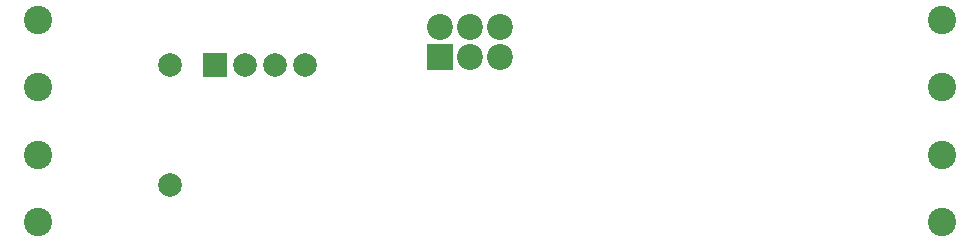
<source format=gbr>
G04 #@! TF.GenerationSoftware,KiCad,Pcbnew,5.0.0-fee4fd1~66~ubuntu16.04.1*
G04 #@! TF.CreationDate,2018-09-26T21:25:10+02:00*
G04 #@! TF.ProjectId,bus-splitter,6275732D73706C69747465722E6B6963,A*
G04 #@! TF.SameCoordinates,Original*
G04 #@! TF.FileFunction,Soldermask,Top*
G04 #@! TF.FilePolarity,Negative*
%FSLAX46Y46*%
G04 Gerber Fmt 4.6, Leading zero omitted, Abs format (unit mm)*
G04 Created by KiCad (PCBNEW 5.0.0-fee4fd1~66~ubuntu16.04.1) date Wed Sep 26 21:25:10 2018*
%MOMM*%
%LPD*%
G01*
G04 APERTURE LIST*
%ADD10C,2.000000*%
%ADD11R,2.000000X2.000000*%
%ADD12C,2.400000*%
%ADD13C,2.200000*%
%ADD14R,2.200000X2.200000*%
G04 APERTURE END LIST*
D10*
G04 #@! TO.C,U1*
X130810000Y-81280000D03*
X128270000Y-81280000D03*
X125730000Y-81280000D03*
D11*
X123190000Y-81280000D03*
G04 #@! TD*
D12*
G04 #@! TO.C,J1*
X108204000Y-77470000D03*
G04 #@! TD*
G04 #@! TO.C,J2*
X108204000Y-83185000D03*
G04 #@! TD*
G04 #@! TO.C,J3*
X108204000Y-88900000D03*
G04 #@! TD*
G04 #@! TO.C,J4*
X108204000Y-94615000D03*
G04 #@! TD*
G04 #@! TO.C,J6*
X184785000Y-94615000D03*
G04 #@! TD*
G04 #@! TO.C,J7*
X184785000Y-88900000D03*
G04 #@! TD*
G04 #@! TO.C,J8*
X184785000Y-83185000D03*
G04 #@! TD*
G04 #@! TO.C,J9*
X184785000Y-77470000D03*
G04 #@! TD*
D13*
G04 #@! TO.C,J5*
X147320000Y-78105000D03*
X147320000Y-80645000D03*
X144780000Y-78105000D03*
X144780000Y-80645000D03*
X142240000Y-78105000D03*
D14*
X142240000Y-80645000D03*
G04 #@! TD*
D10*
G04 #@! TO.C,R1*
X119380000Y-91440000D03*
X119380000Y-81280000D03*
G04 #@! TD*
M02*

</source>
